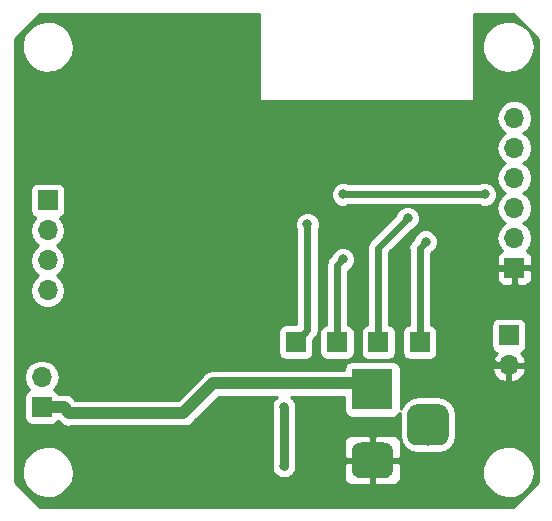
<source format=gbr>
G04 #@! TF.GenerationSoftware,KiCad,Pcbnew,(5.0.2)-1*
G04 #@! TF.CreationDate,2020-08-19T16:16:04+02:00*
G04 #@! TF.ProjectId,RGB-LED-controller,5247422d-4c45-4442-9d63-6f6e74726f6c,rev?*
G04 #@! TF.SameCoordinates,Original*
G04 #@! TF.FileFunction,Copper,L2,Bot*
G04 #@! TF.FilePolarity,Positive*
%FSLAX46Y46*%
G04 Gerber Fmt 4.6, Leading zero omitted, Abs format (unit mm)*
G04 Created by KiCad (PCBNEW (5.0.2)-1) date 19/08/2020 16:16:04*
%MOMM*%
%LPD*%
G01*
G04 APERTURE LIST*
G04 #@! TA.AperFunction,ComponentPad*
%ADD10R,3.500000X3.500000*%
G04 #@! TD*
G04 #@! TA.AperFunction,Conductor*
%ADD11C,0.100000*%
G04 #@! TD*
G04 #@! TA.AperFunction,ComponentPad*
%ADD12C,3.000000*%
G04 #@! TD*
G04 #@! TA.AperFunction,ComponentPad*
%ADD13C,3.500000*%
G04 #@! TD*
G04 #@! TA.AperFunction,ComponentPad*
%ADD14R,1.700000X1.700000*%
G04 #@! TD*
G04 #@! TA.AperFunction,ComponentPad*
%ADD15O,1.700000X1.700000*%
G04 #@! TD*
G04 #@! TA.AperFunction,ViaPad*
%ADD16C,0.800000*%
G04 #@! TD*
G04 #@! TA.AperFunction,Conductor*
%ADD17C,0.600000*%
G04 #@! TD*
G04 #@! TA.AperFunction,Conductor*
%ADD18C,0.800000*%
G04 #@! TD*
G04 #@! TA.AperFunction,Conductor*
%ADD19C,1.000000*%
G04 #@! TD*
G04 #@! TA.AperFunction,Conductor*
%ADD20C,0.254000*%
G04 #@! TD*
G04 APERTURE END LIST*
D10*
G04 #@! TO.P,J1,1*
G04 #@! TO.N,Net-(J1-Pad1)*
X173875000Y-59170000D03*
D11*
G04 #@! TD*
G04 #@! TO.N,GND*
G04 #@! TO.C,J1*
G36*
X174948513Y-63673611D02*
X175021318Y-63684411D01*
X175092714Y-63702295D01*
X175162013Y-63727090D01*
X175228548Y-63758559D01*
X175291678Y-63796398D01*
X175350795Y-63840242D01*
X175405330Y-63889670D01*
X175454758Y-63944205D01*
X175498602Y-64003322D01*
X175536441Y-64066452D01*
X175567910Y-64132987D01*
X175592705Y-64202286D01*
X175610589Y-64273682D01*
X175621389Y-64346487D01*
X175625000Y-64420000D01*
X175625000Y-65920000D01*
X175621389Y-65993513D01*
X175610589Y-66066318D01*
X175592705Y-66137714D01*
X175567910Y-66207013D01*
X175536441Y-66273548D01*
X175498602Y-66336678D01*
X175454758Y-66395795D01*
X175405330Y-66450330D01*
X175350795Y-66499758D01*
X175291678Y-66543602D01*
X175228548Y-66581441D01*
X175162013Y-66612910D01*
X175092714Y-66637705D01*
X175021318Y-66655589D01*
X174948513Y-66666389D01*
X174875000Y-66670000D01*
X172875000Y-66670000D01*
X172801487Y-66666389D01*
X172728682Y-66655589D01*
X172657286Y-66637705D01*
X172587987Y-66612910D01*
X172521452Y-66581441D01*
X172458322Y-66543602D01*
X172399205Y-66499758D01*
X172344670Y-66450330D01*
X172295242Y-66395795D01*
X172251398Y-66336678D01*
X172213559Y-66273548D01*
X172182090Y-66207013D01*
X172157295Y-66137714D01*
X172139411Y-66066318D01*
X172128611Y-65993513D01*
X172125000Y-65920000D01*
X172125000Y-64420000D01*
X172128611Y-64346487D01*
X172139411Y-64273682D01*
X172157295Y-64202286D01*
X172182090Y-64132987D01*
X172213559Y-64066452D01*
X172251398Y-64003322D01*
X172295242Y-63944205D01*
X172344670Y-63889670D01*
X172399205Y-63840242D01*
X172458322Y-63796398D01*
X172521452Y-63758559D01*
X172587987Y-63727090D01*
X172657286Y-63702295D01*
X172728682Y-63684411D01*
X172801487Y-63673611D01*
X172875000Y-63670000D01*
X174875000Y-63670000D01*
X174948513Y-63673611D01*
X174948513Y-63673611D01*
G37*
D12*
G04 #@! TO.P,J1,2*
G04 #@! TO.N,GND*
X173875000Y-65170000D03*
D11*
G04 #@! TD*
G04 #@! TO.N,N/C*
G04 #@! TO.C,J1*
G36*
X179535765Y-60424213D02*
X179620704Y-60436813D01*
X179703999Y-60457677D01*
X179784848Y-60486605D01*
X179862472Y-60523319D01*
X179936124Y-60567464D01*
X180005094Y-60618616D01*
X180068718Y-60676282D01*
X180126384Y-60739906D01*
X180177536Y-60808876D01*
X180221681Y-60882528D01*
X180258395Y-60960152D01*
X180287323Y-61041001D01*
X180308187Y-61124296D01*
X180320787Y-61209235D01*
X180325000Y-61295000D01*
X180325000Y-63045000D01*
X180320787Y-63130765D01*
X180308187Y-63215704D01*
X180287323Y-63298999D01*
X180258395Y-63379848D01*
X180221681Y-63457472D01*
X180177536Y-63531124D01*
X180126384Y-63600094D01*
X180068718Y-63663718D01*
X180005094Y-63721384D01*
X179936124Y-63772536D01*
X179862472Y-63816681D01*
X179784848Y-63853395D01*
X179703999Y-63882323D01*
X179620704Y-63903187D01*
X179535765Y-63915787D01*
X179450000Y-63920000D01*
X177700000Y-63920000D01*
X177614235Y-63915787D01*
X177529296Y-63903187D01*
X177446001Y-63882323D01*
X177365152Y-63853395D01*
X177287528Y-63816681D01*
X177213876Y-63772536D01*
X177144906Y-63721384D01*
X177081282Y-63663718D01*
X177023616Y-63600094D01*
X176972464Y-63531124D01*
X176928319Y-63457472D01*
X176891605Y-63379848D01*
X176862677Y-63298999D01*
X176841813Y-63215704D01*
X176829213Y-63130765D01*
X176825000Y-63045000D01*
X176825000Y-61295000D01*
X176829213Y-61209235D01*
X176841813Y-61124296D01*
X176862677Y-61041001D01*
X176891605Y-60960152D01*
X176928319Y-60882528D01*
X176972464Y-60808876D01*
X177023616Y-60739906D01*
X177081282Y-60676282D01*
X177144906Y-60618616D01*
X177213876Y-60567464D01*
X177287528Y-60523319D01*
X177365152Y-60486605D01*
X177446001Y-60457677D01*
X177529296Y-60436813D01*
X177614235Y-60424213D01*
X177700000Y-60420000D01*
X179450000Y-60420000D01*
X179535765Y-60424213D01*
X179535765Y-60424213D01*
G37*
D13*
G04 #@! TO.P,J1,3*
G04 #@! TO.N,N/C*
X178575000Y-62170000D03*
G04 #@! TD*
D14*
G04 #@! TO.P,J2,1*
G04 #@! TO.N,GND*
X185875000Y-48895000D03*
D15*
G04 #@! TO.P,J2,2*
G04 #@! TO.N,Net-(J2-Pad2)*
X185875000Y-46355000D03*
G04 #@! TO.P,J2,3*
G04 #@! TO.N,FTDI_VCC*
X185875000Y-43815000D03*
G04 #@! TO.P,J2,4*
G04 #@! TO.N,Net-(J2-Pad4)*
X185875000Y-41275000D03*
G04 #@! TO.P,J2,5*
G04 #@! TO.N,Net-(J2-Pad5)*
X185875000Y-38735000D03*
G04 #@! TO.P,J2,6*
G04 #@! TO.N,Net-(J2-Pad6)*
X185875000Y-36195000D03*
G04 #@! TD*
D14*
G04 #@! TO.P,J3,1*
G04 #@! TO.N,+12V*
X146375000Y-43170000D03*
D15*
G04 #@! TO.P,J3,2*
G04 #@! TO.N,/R*
X146375000Y-45710000D03*
G04 #@! TO.P,J3,3*
G04 #@! TO.N,/G*
X146375000Y-48250000D03*
G04 #@! TO.P,J3,4*
G04 #@! TO.N,/B*
X146375000Y-50790000D03*
G04 #@! TD*
D14*
G04 #@! TO.P,JP1,1*
G04 #@! TO.N,Net-(JP1-Pad1)*
X185420000Y-54610000D03*
D15*
G04 #@! TO.P,JP1,2*
G04 #@! TO.N,GND*
X185420000Y-57150000D03*
G04 #@! TD*
G04 #@! TO.P,SW2,2*
G04 #@! TO.N,+12V*
X145875000Y-58130000D03*
D14*
G04 #@! TO.P,SW2,1*
G04 #@! TO.N,Net-(J1-Pad1)*
X145875000Y-60670000D03*
G04 #@! TD*
G04 #@! TO.P,J4,1*
G04 #@! TO.N,Net-(J4-Pad1)*
X167375000Y-55170000D03*
G04 #@! TD*
G04 #@! TO.P,J5,1*
G04 #@! TO.N,Net-(J5-Pad1)*
X170875000Y-55170000D03*
G04 #@! TD*
G04 #@! TO.P,J6,1*
G04 #@! TO.N,Net-(J6-Pad1)*
X174375000Y-55170000D03*
G04 #@! TD*
G04 #@! TO.P,J7,1*
G04 #@! TO.N,Net-(J7-Pad1)*
X177875000Y-55170000D03*
G04 #@! TD*
D16*
G04 #@! TO.N,FTDI_VCC*
X166375000Y-60670000D03*
X166375000Y-65670000D03*
X183375000Y-42670000D03*
X171375000Y-42670000D03*
G04 #@! TO.N,Net-(J4-Pad1)*
X168375000Y-45170000D03*
G04 #@! TO.N,Net-(J5-Pad1)*
X171375000Y-48170000D03*
G04 #@! TO.N,Net-(J6-Pad1)*
X176875000Y-44670000D03*
G04 #@! TO.N,Net-(J7-Pad1)*
X178375000Y-46670000D03*
G04 #@! TD*
D17*
G04 #@! TO.N,GND*
X185875000Y-48895000D02*
X184425000Y-48895000D01*
X184425000Y-48895000D02*
X182875000Y-50445000D01*
X183395000Y-56170000D02*
X184375000Y-57150000D01*
X184375000Y-57150000D02*
X185420000Y-57150000D01*
X183375000Y-56170000D02*
X182875000Y-55670000D01*
X183395000Y-56170000D02*
X183375000Y-56170000D01*
X182875000Y-50445000D02*
X182875000Y-55670000D01*
D18*
G04 #@! TO.N,FTDI_VCC*
X166375000Y-60670000D02*
X166375000Y-65670000D01*
D17*
X183375000Y-42670000D02*
X171375000Y-42670000D01*
D19*
G04 #@! TO.N,Net-(J1-Pad1)*
X173375000Y-58670000D02*
X173875000Y-59170000D01*
X160375000Y-58670000D02*
X173375000Y-58670000D01*
X157875000Y-61170000D02*
X160375000Y-58670000D01*
X148225000Y-61170000D02*
X157875000Y-61170000D01*
X145875000Y-60670000D02*
X147725000Y-60670000D01*
X147725000Y-60670000D02*
X148225000Y-61170000D01*
D17*
G04 #@! TO.N,Net-(J4-Pad1)*
X168375000Y-54170000D02*
X167375000Y-55170000D01*
X168375000Y-45170000D02*
X168375000Y-54170000D01*
G04 #@! TO.N,Net-(J5-Pad1)*
X170875000Y-48670000D02*
X171375000Y-48170000D01*
X170875000Y-55170000D02*
X170875000Y-48670000D01*
G04 #@! TO.N,Net-(J6-Pad1)*
X174375000Y-55170000D02*
X174375000Y-47170000D01*
X174375000Y-47170000D02*
X176875000Y-44670000D01*
G04 #@! TO.N,Net-(J7-Pad1)*
X177875000Y-47170000D02*
X177875000Y-55170000D01*
X178375000Y-46670000D02*
X177875000Y-47170000D01*
G04 #@! TD*
D20*
G04 #@! TO.N,GND*
G36*
X164248000Y-34670000D02*
X164257667Y-34718601D01*
X164285197Y-34759803D01*
X164326399Y-34787333D01*
X164375000Y-34797000D01*
X182375000Y-34797000D01*
X182423601Y-34787333D01*
X182464803Y-34759803D01*
X182492333Y-34718601D01*
X182502000Y-34670000D01*
X182502000Y-29821151D01*
X183172455Y-29821151D01*
X183178206Y-30553402D01*
X183420836Y-31244311D01*
X183874182Y-31819377D01*
X184489360Y-32216593D01*
X185200036Y-32393126D01*
X185929578Y-32329940D01*
X186599321Y-32033850D01*
X187137046Y-31536783D01*
X187484770Y-30892336D01*
X187605000Y-30170000D01*
X187604725Y-30134973D01*
X187473164Y-29414614D01*
X187115360Y-28775709D01*
X186569894Y-28287149D01*
X185895583Y-28001615D01*
X185165138Y-27949897D01*
X184457323Y-28137571D01*
X183848460Y-28544400D01*
X183404203Y-29126517D01*
X183172455Y-29821151D01*
X182502000Y-29821151D01*
X182502000Y-27380000D01*
X185760910Y-27380000D01*
X187885001Y-29504092D01*
X187885000Y-67015909D01*
X185760910Y-69140000D01*
X145709091Y-69140000D01*
X143585000Y-67015910D01*
X143585000Y-65821151D01*
X144172455Y-65821151D01*
X144178206Y-66553402D01*
X144420836Y-67244311D01*
X144874182Y-67819377D01*
X145489360Y-68216593D01*
X146200036Y-68393126D01*
X146929578Y-68329940D01*
X147599321Y-68033850D01*
X148137046Y-67536783D01*
X148484770Y-66892336D01*
X148605000Y-66170000D01*
X148604725Y-66134973D01*
X148473164Y-65414614D01*
X148115360Y-64775709D01*
X147569894Y-64287149D01*
X146895583Y-64001615D01*
X146165138Y-63949897D01*
X145457323Y-64137571D01*
X144848460Y-64544400D01*
X144404203Y-65126517D01*
X144172455Y-65821151D01*
X143585000Y-65821151D01*
X143585000Y-58130000D01*
X144360908Y-58130000D01*
X144476161Y-58709418D01*
X144804375Y-59200625D01*
X144822619Y-59212816D01*
X144777235Y-59221843D01*
X144567191Y-59362191D01*
X144426843Y-59572235D01*
X144377560Y-59820000D01*
X144377560Y-61520000D01*
X144426843Y-61767765D01*
X144567191Y-61977809D01*
X144777235Y-62118157D01*
X145025000Y-62167440D01*
X146725000Y-62167440D01*
X146972765Y-62118157D01*
X147182809Y-61977809D01*
X147280890Y-61831021D01*
X147343387Y-61893518D01*
X147406711Y-61988289D01*
X147782145Y-62239146D01*
X148225000Y-62327235D01*
X148336783Y-62305000D01*
X157763217Y-62305000D01*
X157875000Y-62327235D01*
X157986783Y-62305000D01*
X158317855Y-62239146D01*
X158693289Y-61988289D01*
X158756613Y-61893518D01*
X160845132Y-59805000D01*
X165776289Y-59805000D01*
X165715224Y-59866065D01*
X165628807Y-59923807D01*
X165571066Y-60010223D01*
X165497569Y-60083720D01*
X165457793Y-60179749D01*
X165400052Y-60266164D01*
X165379776Y-60368098D01*
X165340000Y-60464126D01*
X165340000Y-60568066D01*
X165340001Y-65464124D01*
X165340000Y-65464126D01*
X165340000Y-65875874D01*
X165379778Y-65971906D01*
X165400053Y-66073837D01*
X165457792Y-66160249D01*
X165497569Y-66256280D01*
X165571068Y-66329779D01*
X165628808Y-66416193D01*
X165715222Y-66473933D01*
X165788720Y-66547431D01*
X165884749Y-66587208D01*
X165971164Y-66644948D01*
X166073098Y-66665224D01*
X166169126Y-66705000D01*
X166273066Y-66705000D01*
X166375000Y-66725276D01*
X166476935Y-66705000D01*
X166580874Y-66705000D01*
X166676902Y-66665224D01*
X166778837Y-66644948D01*
X166865253Y-66587207D01*
X166961280Y-66547431D01*
X167034776Y-66473935D01*
X167121193Y-66416193D01*
X167178935Y-66329776D01*
X167252431Y-66256280D01*
X167292207Y-66160253D01*
X167349948Y-66073837D01*
X167370224Y-65971901D01*
X167410000Y-65875874D01*
X167410000Y-65455750D01*
X171490000Y-65455750D01*
X171490000Y-66796309D01*
X171586673Y-67029698D01*
X171765301Y-67208327D01*
X171998690Y-67305000D01*
X173589250Y-67305000D01*
X173748000Y-67146250D01*
X173748000Y-65297000D01*
X174002000Y-65297000D01*
X174002000Y-67146250D01*
X174160750Y-67305000D01*
X175751310Y-67305000D01*
X175984699Y-67208327D01*
X176163327Y-67029698D01*
X176260000Y-66796309D01*
X176260000Y-65821151D01*
X183172455Y-65821151D01*
X183178206Y-66553402D01*
X183420836Y-67244311D01*
X183874182Y-67819377D01*
X184489360Y-68216593D01*
X185200036Y-68393126D01*
X185929578Y-68329940D01*
X186599321Y-68033850D01*
X187137046Y-67536783D01*
X187484770Y-66892336D01*
X187605000Y-66170000D01*
X187604725Y-66134973D01*
X187473164Y-65414614D01*
X187115360Y-64775709D01*
X186569894Y-64287149D01*
X185895583Y-64001615D01*
X185165138Y-63949897D01*
X184457323Y-64137571D01*
X183848460Y-64544400D01*
X183404203Y-65126517D01*
X183172455Y-65821151D01*
X176260000Y-65821151D01*
X176260000Y-65455750D01*
X176101250Y-65297000D01*
X174002000Y-65297000D01*
X173748000Y-65297000D01*
X171648750Y-65297000D01*
X171490000Y-65455750D01*
X167410000Y-65455750D01*
X167410000Y-63543691D01*
X171490000Y-63543691D01*
X171490000Y-64884250D01*
X171648750Y-65043000D01*
X173748000Y-65043000D01*
X173748000Y-63193750D01*
X174002000Y-63193750D01*
X174002000Y-65043000D01*
X176101250Y-65043000D01*
X176260000Y-64884250D01*
X176260000Y-63543691D01*
X176163327Y-63310302D01*
X175984699Y-63131673D01*
X175751310Y-63035000D01*
X174160750Y-63035000D01*
X174002000Y-63193750D01*
X173748000Y-63193750D01*
X173589250Y-63035000D01*
X171998690Y-63035000D01*
X171765301Y-63131673D01*
X171586673Y-63310302D01*
X171490000Y-63543691D01*
X167410000Y-63543691D01*
X167410000Y-60464126D01*
X167370224Y-60368099D01*
X167349948Y-60266163D01*
X167292207Y-60179747D01*
X167252431Y-60083720D01*
X167178935Y-60010224D01*
X167121193Y-59923807D01*
X167034777Y-59866066D01*
X166973711Y-59805000D01*
X171477560Y-59805000D01*
X171477560Y-60920000D01*
X171526843Y-61167765D01*
X171667191Y-61377809D01*
X171877235Y-61518157D01*
X172125000Y-61567440D01*
X175625000Y-61567440D01*
X175872765Y-61518157D01*
X176082809Y-61377809D01*
X176194269Y-61210999D01*
X176177560Y-61295000D01*
X176177560Y-63045000D01*
X176293449Y-63627613D01*
X176623472Y-64121528D01*
X177117387Y-64451551D01*
X177700000Y-64567440D01*
X179450000Y-64567440D01*
X180032613Y-64451551D01*
X180526528Y-64121528D01*
X180856551Y-63627613D01*
X180972440Y-63045000D01*
X180972440Y-61295000D01*
X180856551Y-60712387D01*
X180526528Y-60218472D01*
X180032613Y-59888449D01*
X179450000Y-59772560D01*
X177700000Y-59772560D01*
X177117387Y-59888449D01*
X176623472Y-60218472D01*
X176293449Y-60712387D01*
X176272440Y-60818006D01*
X176272440Y-57506890D01*
X183978524Y-57506890D01*
X184148355Y-57916924D01*
X184538642Y-58345183D01*
X185063108Y-58591486D01*
X185293000Y-58470819D01*
X185293000Y-57277000D01*
X185547000Y-57277000D01*
X185547000Y-58470819D01*
X185776892Y-58591486D01*
X186301358Y-58345183D01*
X186691645Y-57916924D01*
X186861476Y-57506890D01*
X186740155Y-57277000D01*
X185547000Y-57277000D01*
X185293000Y-57277000D01*
X184099845Y-57277000D01*
X183978524Y-57506890D01*
X176272440Y-57506890D01*
X176272440Y-57420000D01*
X176223157Y-57172235D01*
X176082809Y-56962191D01*
X175872765Y-56821843D01*
X175625000Y-56772560D01*
X172125000Y-56772560D01*
X171877235Y-56821843D01*
X171667191Y-56962191D01*
X171526843Y-57172235D01*
X171477560Y-57420000D01*
X171477560Y-57535000D01*
X160486783Y-57535000D01*
X160375000Y-57512765D01*
X159932145Y-57600854D01*
X159556711Y-57851711D01*
X159493389Y-57946479D01*
X157404869Y-60035000D01*
X148695131Y-60035000D01*
X148606613Y-59946482D01*
X148543289Y-59851711D01*
X148167855Y-59600854D01*
X147836783Y-59535000D01*
X147725000Y-59512765D01*
X147613217Y-59535000D01*
X147298277Y-59535000D01*
X147182809Y-59362191D01*
X146972765Y-59221843D01*
X146927381Y-59212816D01*
X146945625Y-59200625D01*
X147273839Y-58709418D01*
X147389092Y-58130000D01*
X147273839Y-57550582D01*
X146945625Y-57059375D01*
X146454418Y-56731161D01*
X146021256Y-56645000D01*
X145728744Y-56645000D01*
X145295582Y-56731161D01*
X144804375Y-57059375D01*
X144476161Y-57550582D01*
X144360908Y-58130000D01*
X143585000Y-58130000D01*
X143585000Y-54320000D01*
X165877560Y-54320000D01*
X165877560Y-56020000D01*
X165926843Y-56267765D01*
X166067191Y-56477809D01*
X166277235Y-56618157D01*
X166525000Y-56667440D01*
X168225000Y-56667440D01*
X168472765Y-56618157D01*
X168682809Y-56477809D01*
X168823157Y-56267765D01*
X168872440Y-56020000D01*
X168872440Y-54994849D01*
X168971028Y-54896261D01*
X169049097Y-54844097D01*
X169255750Y-54534819D01*
X169298480Y-54320000D01*
X169377560Y-54320000D01*
X169377560Y-56020000D01*
X169426843Y-56267765D01*
X169567191Y-56477809D01*
X169777235Y-56618157D01*
X170025000Y-56667440D01*
X171725000Y-56667440D01*
X171972765Y-56618157D01*
X172182809Y-56477809D01*
X172323157Y-56267765D01*
X172372440Y-56020000D01*
X172372440Y-54320000D01*
X172877560Y-54320000D01*
X172877560Y-56020000D01*
X172926843Y-56267765D01*
X173067191Y-56477809D01*
X173277235Y-56618157D01*
X173525000Y-56667440D01*
X175225000Y-56667440D01*
X175472765Y-56618157D01*
X175682809Y-56477809D01*
X175823157Y-56267765D01*
X175872440Y-56020000D01*
X175872440Y-54320000D01*
X176377560Y-54320000D01*
X176377560Y-56020000D01*
X176426843Y-56267765D01*
X176567191Y-56477809D01*
X176777235Y-56618157D01*
X177025000Y-56667440D01*
X178725000Y-56667440D01*
X178972765Y-56618157D01*
X179182809Y-56477809D01*
X179323157Y-56267765D01*
X179372440Y-56020000D01*
X179372440Y-54320000D01*
X179323157Y-54072235D01*
X179182809Y-53862191D01*
X179029871Y-53760000D01*
X183922560Y-53760000D01*
X183922560Y-55460000D01*
X183971843Y-55707765D01*
X184112191Y-55917809D01*
X184322235Y-56058157D01*
X184425708Y-56078739D01*
X184148355Y-56383076D01*
X183978524Y-56793110D01*
X184099845Y-57023000D01*
X185293000Y-57023000D01*
X185293000Y-57003000D01*
X185547000Y-57003000D01*
X185547000Y-57023000D01*
X186740155Y-57023000D01*
X186861476Y-56793110D01*
X186691645Y-56383076D01*
X186414292Y-56078739D01*
X186517765Y-56058157D01*
X186727809Y-55917809D01*
X186868157Y-55707765D01*
X186917440Y-55460000D01*
X186917440Y-53760000D01*
X186868157Y-53512235D01*
X186727809Y-53302191D01*
X186517765Y-53161843D01*
X186270000Y-53112560D01*
X184570000Y-53112560D01*
X184322235Y-53161843D01*
X184112191Y-53302191D01*
X183971843Y-53512235D01*
X183922560Y-53760000D01*
X179029871Y-53760000D01*
X178972765Y-53721843D01*
X178810000Y-53689467D01*
X178810000Y-49180750D01*
X184390000Y-49180750D01*
X184390000Y-49871310D01*
X184486673Y-50104699D01*
X184665302Y-50283327D01*
X184898691Y-50380000D01*
X185589250Y-50380000D01*
X185748000Y-50221250D01*
X185748000Y-49022000D01*
X186002000Y-49022000D01*
X186002000Y-50221250D01*
X186160750Y-50380000D01*
X186851309Y-50380000D01*
X187084698Y-50283327D01*
X187263327Y-50104699D01*
X187360000Y-49871310D01*
X187360000Y-49180750D01*
X187201250Y-49022000D01*
X186002000Y-49022000D01*
X185748000Y-49022000D01*
X184548750Y-49022000D01*
X184390000Y-49180750D01*
X178810000Y-49180750D01*
X178810000Y-47610093D01*
X178961280Y-47547431D01*
X179252431Y-47256280D01*
X179410000Y-46875874D01*
X179410000Y-46464126D01*
X179252431Y-46083720D01*
X178961280Y-45792569D01*
X178580874Y-45635000D01*
X178169126Y-45635000D01*
X177788720Y-45792569D01*
X177497569Y-46083720D01*
X177397569Y-46325142D01*
X177278972Y-46443739D01*
X177200903Y-46495903D01*
X177021099Y-46765000D01*
X176994250Y-46805182D01*
X176921683Y-47170000D01*
X176940000Y-47262086D01*
X176940001Y-53689467D01*
X176777235Y-53721843D01*
X176567191Y-53862191D01*
X176426843Y-54072235D01*
X176377560Y-54320000D01*
X175872440Y-54320000D01*
X175823157Y-54072235D01*
X175682809Y-53862191D01*
X175472765Y-53721843D01*
X175310000Y-53689467D01*
X175310000Y-47557289D01*
X177219859Y-45647430D01*
X177461280Y-45547431D01*
X177752431Y-45256280D01*
X177910000Y-44875874D01*
X177910000Y-44464126D01*
X177752431Y-44083720D01*
X177461280Y-43792569D01*
X177080874Y-43635000D01*
X176669126Y-43635000D01*
X176288720Y-43792569D01*
X175997569Y-44083720D01*
X175897570Y-44325141D01*
X173778970Y-46443741D01*
X173700904Y-46495903D01*
X173648742Y-46573969D01*
X173648741Y-46573970D01*
X173494250Y-46805182D01*
X173421683Y-47170000D01*
X173440001Y-47262090D01*
X173440000Y-53689467D01*
X173277235Y-53721843D01*
X173067191Y-53862191D01*
X172926843Y-54072235D01*
X172877560Y-54320000D01*
X172372440Y-54320000D01*
X172323157Y-54072235D01*
X172182809Y-53862191D01*
X171972765Y-53721843D01*
X171810000Y-53689467D01*
X171810000Y-49110093D01*
X171961280Y-49047431D01*
X172252431Y-48756280D01*
X172410000Y-48375874D01*
X172410000Y-47964126D01*
X172252431Y-47583720D01*
X171961280Y-47292569D01*
X171580874Y-47135000D01*
X171169126Y-47135000D01*
X170788720Y-47292569D01*
X170497569Y-47583720D01*
X170397569Y-47825142D01*
X170278970Y-47943741D01*
X170200904Y-47995903D01*
X170148742Y-48073969D01*
X170148741Y-48073970D01*
X169994250Y-48305182D01*
X169921683Y-48670000D01*
X169940001Y-48762090D01*
X169940000Y-53689467D01*
X169777235Y-53721843D01*
X169567191Y-53862191D01*
X169426843Y-54072235D01*
X169377560Y-54320000D01*
X169298480Y-54320000D01*
X169310000Y-54262086D01*
X169328317Y-54170000D01*
X169310000Y-54077914D01*
X169310000Y-45617296D01*
X169410000Y-45375874D01*
X169410000Y-44964126D01*
X169252431Y-44583720D01*
X168961280Y-44292569D01*
X168580874Y-44135000D01*
X168169126Y-44135000D01*
X167788720Y-44292569D01*
X167497569Y-44583720D01*
X167340000Y-44964126D01*
X167340000Y-45375874D01*
X167440000Y-45617296D01*
X167440001Y-53672560D01*
X166525000Y-53672560D01*
X166277235Y-53721843D01*
X166067191Y-53862191D01*
X165926843Y-54072235D01*
X165877560Y-54320000D01*
X143585000Y-54320000D01*
X143585000Y-45710000D01*
X144860908Y-45710000D01*
X144976161Y-46289418D01*
X145304375Y-46780625D01*
X145602761Y-46980000D01*
X145304375Y-47179375D01*
X144976161Y-47670582D01*
X144860908Y-48250000D01*
X144976161Y-48829418D01*
X145304375Y-49320625D01*
X145602761Y-49520000D01*
X145304375Y-49719375D01*
X144976161Y-50210582D01*
X144860908Y-50790000D01*
X144976161Y-51369418D01*
X145304375Y-51860625D01*
X145795582Y-52188839D01*
X146228744Y-52275000D01*
X146521256Y-52275000D01*
X146954418Y-52188839D01*
X147445625Y-51860625D01*
X147773839Y-51369418D01*
X147889092Y-50790000D01*
X147773839Y-50210582D01*
X147445625Y-49719375D01*
X147147239Y-49520000D01*
X147445625Y-49320625D01*
X147773839Y-48829418D01*
X147889092Y-48250000D01*
X147773839Y-47670582D01*
X147445625Y-47179375D01*
X147147239Y-46980000D01*
X147445625Y-46780625D01*
X147773839Y-46289418D01*
X147889092Y-45710000D01*
X147773839Y-45130582D01*
X147445625Y-44639375D01*
X147427381Y-44627184D01*
X147472765Y-44618157D01*
X147682809Y-44477809D01*
X147823157Y-44267765D01*
X147872440Y-44020000D01*
X147872440Y-42464126D01*
X170340000Y-42464126D01*
X170340000Y-42875874D01*
X170497569Y-43256280D01*
X170788720Y-43547431D01*
X171169126Y-43705000D01*
X171580874Y-43705000D01*
X171822296Y-43605000D01*
X182927704Y-43605000D01*
X183169126Y-43705000D01*
X183580874Y-43705000D01*
X183961280Y-43547431D01*
X184252431Y-43256280D01*
X184410000Y-42875874D01*
X184410000Y-42464126D01*
X184252431Y-42083720D01*
X183961280Y-41792569D01*
X183580874Y-41635000D01*
X183169126Y-41635000D01*
X182927704Y-41735000D01*
X171822296Y-41735000D01*
X171580874Y-41635000D01*
X171169126Y-41635000D01*
X170788720Y-41792569D01*
X170497569Y-42083720D01*
X170340000Y-42464126D01*
X147872440Y-42464126D01*
X147872440Y-42320000D01*
X147823157Y-42072235D01*
X147682809Y-41862191D01*
X147472765Y-41721843D01*
X147225000Y-41672560D01*
X145525000Y-41672560D01*
X145277235Y-41721843D01*
X145067191Y-41862191D01*
X144926843Y-42072235D01*
X144877560Y-42320000D01*
X144877560Y-44020000D01*
X144926843Y-44267765D01*
X145067191Y-44477809D01*
X145277235Y-44618157D01*
X145322619Y-44627184D01*
X145304375Y-44639375D01*
X144976161Y-45130582D01*
X144860908Y-45710000D01*
X143585000Y-45710000D01*
X143585000Y-36195000D01*
X184360908Y-36195000D01*
X184476161Y-36774418D01*
X184804375Y-37265625D01*
X185102761Y-37465000D01*
X184804375Y-37664375D01*
X184476161Y-38155582D01*
X184360908Y-38735000D01*
X184476161Y-39314418D01*
X184804375Y-39805625D01*
X185102761Y-40005000D01*
X184804375Y-40204375D01*
X184476161Y-40695582D01*
X184360908Y-41275000D01*
X184476161Y-41854418D01*
X184804375Y-42345625D01*
X185102761Y-42545000D01*
X184804375Y-42744375D01*
X184476161Y-43235582D01*
X184360908Y-43815000D01*
X184476161Y-44394418D01*
X184804375Y-44885625D01*
X185102761Y-45085000D01*
X184804375Y-45284375D01*
X184476161Y-45775582D01*
X184360908Y-46355000D01*
X184476161Y-46934418D01*
X184804375Y-47425625D01*
X184826033Y-47440096D01*
X184665302Y-47506673D01*
X184486673Y-47685301D01*
X184390000Y-47918690D01*
X184390000Y-48609250D01*
X184548750Y-48768000D01*
X185748000Y-48768000D01*
X185748000Y-48748000D01*
X186002000Y-48748000D01*
X186002000Y-48768000D01*
X187201250Y-48768000D01*
X187360000Y-48609250D01*
X187360000Y-47918690D01*
X187263327Y-47685301D01*
X187084698Y-47506673D01*
X186923967Y-47440096D01*
X186945625Y-47425625D01*
X187273839Y-46934418D01*
X187389092Y-46355000D01*
X187273839Y-45775582D01*
X186945625Y-45284375D01*
X186647239Y-45085000D01*
X186945625Y-44885625D01*
X187273839Y-44394418D01*
X187389092Y-43815000D01*
X187273839Y-43235582D01*
X186945625Y-42744375D01*
X186647239Y-42545000D01*
X186945625Y-42345625D01*
X187273839Y-41854418D01*
X187389092Y-41275000D01*
X187273839Y-40695582D01*
X186945625Y-40204375D01*
X186647239Y-40005000D01*
X186945625Y-39805625D01*
X187273839Y-39314418D01*
X187389092Y-38735000D01*
X187273839Y-38155582D01*
X186945625Y-37664375D01*
X186647239Y-37465000D01*
X186945625Y-37265625D01*
X187273839Y-36774418D01*
X187389092Y-36195000D01*
X187273839Y-35615582D01*
X186945625Y-35124375D01*
X186454418Y-34796161D01*
X186021256Y-34710000D01*
X185728744Y-34710000D01*
X185295582Y-34796161D01*
X184804375Y-35124375D01*
X184476161Y-35615582D01*
X184360908Y-36195000D01*
X143585000Y-36195000D01*
X143585000Y-29821151D01*
X144172455Y-29821151D01*
X144178206Y-30553402D01*
X144420836Y-31244311D01*
X144874182Y-31819377D01*
X145489360Y-32216593D01*
X146200036Y-32393126D01*
X146929578Y-32329940D01*
X147599321Y-32033850D01*
X148137046Y-31536783D01*
X148484770Y-30892336D01*
X148605000Y-30170000D01*
X148604725Y-30134973D01*
X148473164Y-29414614D01*
X148115360Y-28775709D01*
X147569894Y-28287149D01*
X146895583Y-28001615D01*
X146165138Y-27949897D01*
X145457323Y-28137571D01*
X144848460Y-28544400D01*
X144404203Y-29126517D01*
X144172455Y-29821151D01*
X143585000Y-29821151D01*
X143585000Y-29504090D01*
X145709091Y-27380000D01*
X164248000Y-27380000D01*
X164248000Y-34670000D01*
X164248000Y-34670000D01*
G37*
X164248000Y-34670000D02*
X164257667Y-34718601D01*
X164285197Y-34759803D01*
X164326399Y-34787333D01*
X164375000Y-34797000D01*
X182375000Y-34797000D01*
X182423601Y-34787333D01*
X182464803Y-34759803D01*
X182492333Y-34718601D01*
X182502000Y-34670000D01*
X182502000Y-29821151D01*
X183172455Y-29821151D01*
X183178206Y-30553402D01*
X183420836Y-31244311D01*
X183874182Y-31819377D01*
X184489360Y-32216593D01*
X185200036Y-32393126D01*
X185929578Y-32329940D01*
X186599321Y-32033850D01*
X187137046Y-31536783D01*
X187484770Y-30892336D01*
X187605000Y-30170000D01*
X187604725Y-30134973D01*
X187473164Y-29414614D01*
X187115360Y-28775709D01*
X186569894Y-28287149D01*
X185895583Y-28001615D01*
X185165138Y-27949897D01*
X184457323Y-28137571D01*
X183848460Y-28544400D01*
X183404203Y-29126517D01*
X183172455Y-29821151D01*
X182502000Y-29821151D01*
X182502000Y-27380000D01*
X185760910Y-27380000D01*
X187885001Y-29504092D01*
X187885000Y-67015909D01*
X185760910Y-69140000D01*
X145709091Y-69140000D01*
X143585000Y-67015910D01*
X143585000Y-65821151D01*
X144172455Y-65821151D01*
X144178206Y-66553402D01*
X144420836Y-67244311D01*
X144874182Y-67819377D01*
X145489360Y-68216593D01*
X146200036Y-68393126D01*
X146929578Y-68329940D01*
X147599321Y-68033850D01*
X148137046Y-67536783D01*
X148484770Y-66892336D01*
X148605000Y-66170000D01*
X148604725Y-66134973D01*
X148473164Y-65414614D01*
X148115360Y-64775709D01*
X147569894Y-64287149D01*
X146895583Y-64001615D01*
X146165138Y-63949897D01*
X145457323Y-64137571D01*
X144848460Y-64544400D01*
X144404203Y-65126517D01*
X144172455Y-65821151D01*
X143585000Y-65821151D01*
X143585000Y-58130000D01*
X144360908Y-58130000D01*
X144476161Y-58709418D01*
X144804375Y-59200625D01*
X144822619Y-59212816D01*
X144777235Y-59221843D01*
X144567191Y-59362191D01*
X144426843Y-59572235D01*
X144377560Y-59820000D01*
X144377560Y-61520000D01*
X144426843Y-61767765D01*
X144567191Y-61977809D01*
X144777235Y-62118157D01*
X145025000Y-62167440D01*
X146725000Y-62167440D01*
X146972765Y-62118157D01*
X147182809Y-61977809D01*
X147280890Y-61831021D01*
X147343387Y-61893518D01*
X147406711Y-61988289D01*
X147782145Y-62239146D01*
X148225000Y-62327235D01*
X148336783Y-62305000D01*
X157763217Y-62305000D01*
X157875000Y-62327235D01*
X157986783Y-62305000D01*
X158317855Y-62239146D01*
X158693289Y-61988289D01*
X158756613Y-61893518D01*
X160845132Y-59805000D01*
X165776289Y-59805000D01*
X165715224Y-59866065D01*
X165628807Y-59923807D01*
X165571066Y-60010223D01*
X165497569Y-60083720D01*
X165457793Y-60179749D01*
X165400052Y-60266164D01*
X165379776Y-60368098D01*
X165340000Y-60464126D01*
X165340000Y-60568066D01*
X165340001Y-65464124D01*
X165340000Y-65464126D01*
X165340000Y-65875874D01*
X165379778Y-65971906D01*
X165400053Y-66073837D01*
X165457792Y-66160249D01*
X165497569Y-66256280D01*
X165571068Y-66329779D01*
X165628808Y-66416193D01*
X165715222Y-66473933D01*
X165788720Y-66547431D01*
X165884749Y-66587208D01*
X165971164Y-66644948D01*
X166073098Y-66665224D01*
X166169126Y-66705000D01*
X166273066Y-66705000D01*
X166375000Y-66725276D01*
X166476935Y-66705000D01*
X166580874Y-66705000D01*
X166676902Y-66665224D01*
X166778837Y-66644948D01*
X166865253Y-66587207D01*
X166961280Y-66547431D01*
X167034776Y-66473935D01*
X167121193Y-66416193D01*
X167178935Y-66329776D01*
X167252431Y-66256280D01*
X167292207Y-66160253D01*
X167349948Y-66073837D01*
X167370224Y-65971901D01*
X167410000Y-65875874D01*
X167410000Y-65455750D01*
X171490000Y-65455750D01*
X171490000Y-66796309D01*
X171586673Y-67029698D01*
X171765301Y-67208327D01*
X171998690Y-67305000D01*
X173589250Y-67305000D01*
X173748000Y-67146250D01*
X173748000Y-65297000D01*
X174002000Y-65297000D01*
X174002000Y-67146250D01*
X174160750Y-67305000D01*
X175751310Y-67305000D01*
X175984699Y-67208327D01*
X176163327Y-67029698D01*
X176260000Y-66796309D01*
X176260000Y-65821151D01*
X183172455Y-65821151D01*
X183178206Y-66553402D01*
X183420836Y-67244311D01*
X183874182Y-67819377D01*
X184489360Y-68216593D01*
X185200036Y-68393126D01*
X185929578Y-68329940D01*
X186599321Y-68033850D01*
X187137046Y-67536783D01*
X187484770Y-66892336D01*
X187605000Y-66170000D01*
X187604725Y-66134973D01*
X187473164Y-65414614D01*
X187115360Y-64775709D01*
X186569894Y-64287149D01*
X185895583Y-64001615D01*
X185165138Y-63949897D01*
X184457323Y-64137571D01*
X183848460Y-64544400D01*
X183404203Y-65126517D01*
X183172455Y-65821151D01*
X176260000Y-65821151D01*
X176260000Y-65455750D01*
X176101250Y-65297000D01*
X174002000Y-65297000D01*
X173748000Y-65297000D01*
X171648750Y-65297000D01*
X171490000Y-65455750D01*
X167410000Y-65455750D01*
X167410000Y-63543691D01*
X171490000Y-63543691D01*
X171490000Y-64884250D01*
X171648750Y-65043000D01*
X173748000Y-65043000D01*
X173748000Y-63193750D01*
X174002000Y-63193750D01*
X174002000Y-65043000D01*
X176101250Y-65043000D01*
X176260000Y-64884250D01*
X176260000Y-63543691D01*
X176163327Y-63310302D01*
X175984699Y-63131673D01*
X175751310Y-63035000D01*
X174160750Y-63035000D01*
X174002000Y-63193750D01*
X173748000Y-63193750D01*
X173589250Y-63035000D01*
X171998690Y-63035000D01*
X171765301Y-63131673D01*
X171586673Y-63310302D01*
X171490000Y-63543691D01*
X167410000Y-63543691D01*
X167410000Y-60464126D01*
X167370224Y-60368099D01*
X167349948Y-60266163D01*
X167292207Y-60179747D01*
X167252431Y-60083720D01*
X167178935Y-60010224D01*
X167121193Y-59923807D01*
X167034777Y-59866066D01*
X166973711Y-59805000D01*
X171477560Y-59805000D01*
X171477560Y-60920000D01*
X171526843Y-61167765D01*
X171667191Y-61377809D01*
X171877235Y-61518157D01*
X172125000Y-61567440D01*
X175625000Y-61567440D01*
X175872765Y-61518157D01*
X176082809Y-61377809D01*
X176194269Y-61210999D01*
X176177560Y-61295000D01*
X176177560Y-63045000D01*
X176293449Y-63627613D01*
X176623472Y-64121528D01*
X177117387Y-64451551D01*
X177700000Y-64567440D01*
X179450000Y-64567440D01*
X180032613Y-64451551D01*
X180526528Y-64121528D01*
X180856551Y-63627613D01*
X180972440Y-63045000D01*
X180972440Y-61295000D01*
X180856551Y-60712387D01*
X180526528Y-60218472D01*
X180032613Y-59888449D01*
X179450000Y-59772560D01*
X177700000Y-59772560D01*
X177117387Y-59888449D01*
X176623472Y-60218472D01*
X176293449Y-60712387D01*
X176272440Y-60818006D01*
X176272440Y-57506890D01*
X183978524Y-57506890D01*
X184148355Y-57916924D01*
X184538642Y-58345183D01*
X185063108Y-58591486D01*
X185293000Y-58470819D01*
X185293000Y-57277000D01*
X185547000Y-57277000D01*
X185547000Y-58470819D01*
X185776892Y-58591486D01*
X186301358Y-58345183D01*
X186691645Y-57916924D01*
X186861476Y-57506890D01*
X186740155Y-57277000D01*
X185547000Y-57277000D01*
X185293000Y-57277000D01*
X184099845Y-57277000D01*
X183978524Y-57506890D01*
X176272440Y-57506890D01*
X176272440Y-57420000D01*
X176223157Y-57172235D01*
X176082809Y-56962191D01*
X175872765Y-56821843D01*
X175625000Y-56772560D01*
X172125000Y-56772560D01*
X171877235Y-56821843D01*
X171667191Y-56962191D01*
X171526843Y-57172235D01*
X171477560Y-57420000D01*
X171477560Y-57535000D01*
X160486783Y-57535000D01*
X160375000Y-57512765D01*
X159932145Y-57600854D01*
X159556711Y-57851711D01*
X159493389Y-57946479D01*
X157404869Y-60035000D01*
X148695131Y-60035000D01*
X148606613Y-59946482D01*
X148543289Y-59851711D01*
X148167855Y-59600854D01*
X147836783Y-59535000D01*
X147725000Y-59512765D01*
X147613217Y-59535000D01*
X147298277Y-59535000D01*
X147182809Y-59362191D01*
X146972765Y-59221843D01*
X146927381Y-59212816D01*
X146945625Y-59200625D01*
X147273839Y-58709418D01*
X147389092Y-58130000D01*
X147273839Y-57550582D01*
X146945625Y-57059375D01*
X146454418Y-56731161D01*
X146021256Y-56645000D01*
X145728744Y-56645000D01*
X145295582Y-56731161D01*
X144804375Y-57059375D01*
X144476161Y-57550582D01*
X144360908Y-58130000D01*
X143585000Y-58130000D01*
X143585000Y-54320000D01*
X165877560Y-54320000D01*
X165877560Y-56020000D01*
X165926843Y-56267765D01*
X166067191Y-56477809D01*
X166277235Y-56618157D01*
X166525000Y-56667440D01*
X168225000Y-56667440D01*
X168472765Y-56618157D01*
X168682809Y-56477809D01*
X168823157Y-56267765D01*
X168872440Y-56020000D01*
X168872440Y-54994849D01*
X168971028Y-54896261D01*
X169049097Y-54844097D01*
X169255750Y-54534819D01*
X169298480Y-54320000D01*
X169377560Y-54320000D01*
X169377560Y-56020000D01*
X169426843Y-56267765D01*
X169567191Y-56477809D01*
X169777235Y-56618157D01*
X170025000Y-56667440D01*
X171725000Y-56667440D01*
X171972765Y-56618157D01*
X172182809Y-56477809D01*
X172323157Y-56267765D01*
X172372440Y-56020000D01*
X172372440Y-54320000D01*
X172877560Y-54320000D01*
X172877560Y-56020000D01*
X172926843Y-56267765D01*
X173067191Y-56477809D01*
X173277235Y-56618157D01*
X173525000Y-56667440D01*
X175225000Y-56667440D01*
X175472765Y-56618157D01*
X175682809Y-56477809D01*
X175823157Y-56267765D01*
X175872440Y-56020000D01*
X175872440Y-54320000D01*
X176377560Y-54320000D01*
X176377560Y-56020000D01*
X176426843Y-56267765D01*
X176567191Y-56477809D01*
X176777235Y-56618157D01*
X177025000Y-56667440D01*
X178725000Y-56667440D01*
X178972765Y-56618157D01*
X179182809Y-56477809D01*
X179323157Y-56267765D01*
X179372440Y-56020000D01*
X179372440Y-54320000D01*
X179323157Y-54072235D01*
X179182809Y-53862191D01*
X179029871Y-53760000D01*
X183922560Y-53760000D01*
X183922560Y-55460000D01*
X183971843Y-55707765D01*
X184112191Y-55917809D01*
X184322235Y-56058157D01*
X184425708Y-56078739D01*
X184148355Y-56383076D01*
X183978524Y-56793110D01*
X184099845Y-57023000D01*
X185293000Y-57023000D01*
X185293000Y-57003000D01*
X185547000Y-57003000D01*
X185547000Y-57023000D01*
X186740155Y-57023000D01*
X186861476Y-56793110D01*
X186691645Y-56383076D01*
X186414292Y-56078739D01*
X186517765Y-56058157D01*
X186727809Y-55917809D01*
X186868157Y-55707765D01*
X186917440Y-55460000D01*
X186917440Y-53760000D01*
X186868157Y-53512235D01*
X186727809Y-53302191D01*
X186517765Y-53161843D01*
X186270000Y-53112560D01*
X184570000Y-53112560D01*
X184322235Y-53161843D01*
X184112191Y-53302191D01*
X183971843Y-53512235D01*
X183922560Y-53760000D01*
X179029871Y-53760000D01*
X178972765Y-53721843D01*
X178810000Y-53689467D01*
X178810000Y-49180750D01*
X184390000Y-49180750D01*
X184390000Y-49871310D01*
X184486673Y-50104699D01*
X184665302Y-50283327D01*
X184898691Y-50380000D01*
X185589250Y-50380000D01*
X185748000Y-50221250D01*
X185748000Y-49022000D01*
X186002000Y-49022000D01*
X186002000Y-50221250D01*
X186160750Y-50380000D01*
X186851309Y-50380000D01*
X187084698Y-50283327D01*
X187263327Y-50104699D01*
X187360000Y-49871310D01*
X187360000Y-49180750D01*
X187201250Y-49022000D01*
X186002000Y-49022000D01*
X185748000Y-49022000D01*
X184548750Y-49022000D01*
X184390000Y-49180750D01*
X178810000Y-49180750D01*
X178810000Y-47610093D01*
X178961280Y-47547431D01*
X179252431Y-47256280D01*
X179410000Y-46875874D01*
X179410000Y-46464126D01*
X179252431Y-46083720D01*
X178961280Y-45792569D01*
X178580874Y-45635000D01*
X178169126Y-45635000D01*
X177788720Y-45792569D01*
X177497569Y-46083720D01*
X177397569Y-46325142D01*
X177278972Y-46443739D01*
X177200903Y-46495903D01*
X177021099Y-46765000D01*
X176994250Y-46805182D01*
X176921683Y-47170000D01*
X176940000Y-47262086D01*
X176940001Y-53689467D01*
X176777235Y-53721843D01*
X176567191Y-53862191D01*
X176426843Y-54072235D01*
X176377560Y-54320000D01*
X175872440Y-54320000D01*
X175823157Y-54072235D01*
X175682809Y-53862191D01*
X175472765Y-53721843D01*
X175310000Y-53689467D01*
X175310000Y-47557289D01*
X177219859Y-45647430D01*
X177461280Y-45547431D01*
X177752431Y-45256280D01*
X177910000Y-44875874D01*
X177910000Y-44464126D01*
X177752431Y-44083720D01*
X177461280Y-43792569D01*
X177080874Y-43635000D01*
X176669126Y-43635000D01*
X176288720Y-43792569D01*
X175997569Y-44083720D01*
X175897570Y-44325141D01*
X173778970Y-46443741D01*
X173700904Y-46495903D01*
X173648742Y-46573969D01*
X173648741Y-46573970D01*
X173494250Y-46805182D01*
X173421683Y-47170000D01*
X173440001Y-47262090D01*
X173440000Y-53689467D01*
X173277235Y-53721843D01*
X173067191Y-53862191D01*
X172926843Y-54072235D01*
X172877560Y-54320000D01*
X172372440Y-54320000D01*
X172323157Y-54072235D01*
X172182809Y-53862191D01*
X171972765Y-53721843D01*
X171810000Y-53689467D01*
X171810000Y-49110093D01*
X171961280Y-49047431D01*
X172252431Y-48756280D01*
X172410000Y-48375874D01*
X172410000Y-47964126D01*
X172252431Y-47583720D01*
X171961280Y-47292569D01*
X171580874Y-47135000D01*
X171169126Y-47135000D01*
X170788720Y-47292569D01*
X170497569Y-47583720D01*
X170397569Y-47825142D01*
X170278970Y-47943741D01*
X170200904Y-47995903D01*
X170148742Y-48073969D01*
X170148741Y-48073970D01*
X169994250Y-48305182D01*
X169921683Y-48670000D01*
X169940001Y-48762090D01*
X169940000Y-53689467D01*
X169777235Y-53721843D01*
X169567191Y-53862191D01*
X169426843Y-54072235D01*
X169377560Y-54320000D01*
X169298480Y-54320000D01*
X169310000Y-54262086D01*
X169328317Y-54170000D01*
X169310000Y-54077914D01*
X169310000Y-45617296D01*
X169410000Y-45375874D01*
X169410000Y-44964126D01*
X169252431Y-44583720D01*
X168961280Y-44292569D01*
X168580874Y-44135000D01*
X168169126Y-44135000D01*
X167788720Y-44292569D01*
X167497569Y-44583720D01*
X167340000Y-44964126D01*
X167340000Y-45375874D01*
X167440000Y-45617296D01*
X167440001Y-53672560D01*
X166525000Y-53672560D01*
X166277235Y-53721843D01*
X166067191Y-53862191D01*
X165926843Y-54072235D01*
X165877560Y-54320000D01*
X143585000Y-54320000D01*
X143585000Y-45710000D01*
X144860908Y-45710000D01*
X144976161Y-46289418D01*
X145304375Y-46780625D01*
X145602761Y-46980000D01*
X145304375Y-47179375D01*
X144976161Y-47670582D01*
X144860908Y-48250000D01*
X144976161Y-48829418D01*
X145304375Y-49320625D01*
X145602761Y-49520000D01*
X145304375Y-49719375D01*
X144976161Y-50210582D01*
X144860908Y-50790000D01*
X144976161Y-51369418D01*
X145304375Y-51860625D01*
X145795582Y-52188839D01*
X146228744Y-52275000D01*
X146521256Y-52275000D01*
X146954418Y-52188839D01*
X147445625Y-51860625D01*
X147773839Y-51369418D01*
X147889092Y-50790000D01*
X147773839Y-50210582D01*
X147445625Y-49719375D01*
X147147239Y-49520000D01*
X147445625Y-49320625D01*
X147773839Y-48829418D01*
X147889092Y-48250000D01*
X147773839Y-47670582D01*
X147445625Y-47179375D01*
X147147239Y-46980000D01*
X147445625Y-46780625D01*
X147773839Y-46289418D01*
X147889092Y-45710000D01*
X147773839Y-45130582D01*
X147445625Y-44639375D01*
X147427381Y-44627184D01*
X147472765Y-44618157D01*
X147682809Y-44477809D01*
X147823157Y-44267765D01*
X147872440Y-44020000D01*
X147872440Y-42464126D01*
X170340000Y-42464126D01*
X170340000Y-42875874D01*
X170497569Y-43256280D01*
X170788720Y-43547431D01*
X171169126Y-43705000D01*
X171580874Y-43705000D01*
X171822296Y-43605000D01*
X182927704Y-43605000D01*
X183169126Y-43705000D01*
X183580874Y-43705000D01*
X183961280Y-43547431D01*
X184252431Y-43256280D01*
X184410000Y-42875874D01*
X184410000Y-42464126D01*
X184252431Y-42083720D01*
X183961280Y-41792569D01*
X183580874Y-41635000D01*
X183169126Y-41635000D01*
X182927704Y-41735000D01*
X171822296Y-41735000D01*
X171580874Y-41635000D01*
X171169126Y-41635000D01*
X170788720Y-41792569D01*
X170497569Y-42083720D01*
X170340000Y-42464126D01*
X147872440Y-42464126D01*
X147872440Y-42320000D01*
X147823157Y-42072235D01*
X147682809Y-41862191D01*
X147472765Y-41721843D01*
X147225000Y-41672560D01*
X145525000Y-41672560D01*
X145277235Y-41721843D01*
X145067191Y-41862191D01*
X144926843Y-42072235D01*
X144877560Y-42320000D01*
X144877560Y-44020000D01*
X144926843Y-44267765D01*
X145067191Y-44477809D01*
X145277235Y-44618157D01*
X145322619Y-44627184D01*
X145304375Y-44639375D01*
X144976161Y-45130582D01*
X144860908Y-45710000D01*
X143585000Y-45710000D01*
X143585000Y-36195000D01*
X184360908Y-36195000D01*
X184476161Y-36774418D01*
X184804375Y-37265625D01*
X185102761Y-37465000D01*
X184804375Y-37664375D01*
X184476161Y-38155582D01*
X184360908Y-38735000D01*
X184476161Y-39314418D01*
X184804375Y-39805625D01*
X185102761Y-40005000D01*
X184804375Y-40204375D01*
X184476161Y-40695582D01*
X184360908Y-41275000D01*
X184476161Y-41854418D01*
X184804375Y-42345625D01*
X185102761Y-42545000D01*
X184804375Y-42744375D01*
X184476161Y-43235582D01*
X184360908Y-43815000D01*
X184476161Y-44394418D01*
X184804375Y-44885625D01*
X185102761Y-45085000D01*
X184804375Y-45284375D01*
X184476161Y-45775582D01*
X184360908Y-46355000D01*
X184476161Y-46934418D01*
X184804375Y-47425625D01*
X184826033Y-47440096D01*
X184665302Y-47506673D01*
X184486673Y-47685301D01*
X184390000Y-47918690D01*
X184390000Y-48609250D01*
X184548750Y-48768000D01*
X185748000Y-48768000D01*
X185748000Y-48748000D01*
X186002000Y-48748000D01*
X186002000Y-48768000D01*
X187201250Y-48768000D01*
X187360000Y-48609250D01*
X187360000Y-47918690D01*
X187263327Y-47685301D01*
X187084698Y-47506673D01*
X186923967Y-47440096D01*
X186945625Y-47425625D01*
X187273839Y-46934418D01*
X187389092Y-46355000D01*
X187273839Y-45775582D01*
X186945625Y-45284375D01*
X186647239Y-45085000D01*
X186945625Y-44885625D01*
X187273839Y-44394418D01*
X187389092Y-43815000D01*
X187273839Y-43235582D01*
X186945625Y-42744375D01*
X186647239Y-42545000D01*
X186945625Y-42345625D01*
X187273839Y-41854418D01*
X187389092Y-41275000D01*
X187273839Y-40695582D01*
X186945625Y-40204375D01*
X186647239Y-40005000D01*
X186945625Y-39805625D01*
X187273839Y-39314418D01*
X187389092Y-38735000D01*
X187273839Y-38155582D01*
X186945625Y-37664375D01*
X186647239Y-37465000D01*
X186945625Y-37265625D01*
X187273839Y-36774418D01*
X187389092Y-36195000D01*
X187273839Y-35615582D01*
X186945625Y-35124375D01*
X186454418Y-34796161D01*
X186021256Y-34710000D01*
X185728744Y-34710000D01*
X185295582Y-34796161D01*
X184804375Y-35124375D01*
X184476161Y-35615582D01*
X184360908Y-36195000D01*
X143585000Y-36195000D01*
X143585000Y-29821151D01*
X144172455Y-29821151D01*
X144178206Y-30553402D01*
X144420836Y-31244311D01*
X144874182Y-31819377D01*
X145489360Y-32216593D01*
X146200036Y-32393126D01*
X146929578Y-32329940D01*
X147599321Y-32033850D01*
X148137046Y-31536783D01*
X148484770Y-30892336D01*
X148605000Y-30170000D01*
X148604725Y-30134973D01*
X148473164Y-29414614D01*
X148115360Y-28775709D01*
X147569894Y-28287149D01*
X146895583Y-28001615D01*
X146165138Y-27949897D01*
X145457323Y-28137571D01*
X144848460Y-28544400D01*
X144404203Y-29126517D01*
X144172455Y-29821151D01*
X143585000Y-29821151D01*
X143585000Y-29504090D01*
X145709091Y-27380000D01*
X164248000Y-27380000D01*
X164248000Y-34670000D01*
G04 #@! TD*
M02*

</source>
